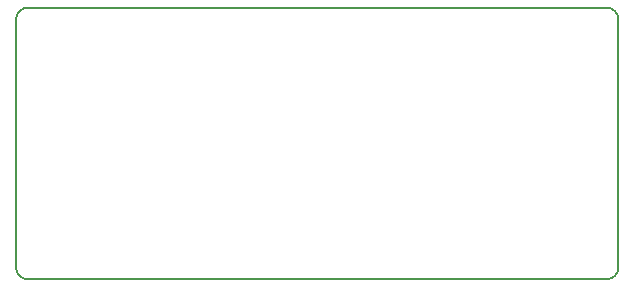
<source format=gbr>
G04 #@! TF.GenerationSoftware,KiCad,Pcbnew,(5.0.0-rc2-dev-444-g2974a2c10)*
G04 #@! TF.CreationDate,2018-10-05T22:12:32-07:00*
G04 #@! TF.ProjectId,retro meter v03,726574726F206D65746572207630332E,v03*
G04 #@! TF.SameCoordinates,Original*
G04 #@! TF.FileFunction,Profile,NP*
%FSLAX46Y46*%
G04 Gerber Fmt 4.6, Leading zero omitted, Abs format (unit mm)*
G04 Created by KiCad (PCBNEW (5.0.0-rc2-dev-444-g2974a2c10)) date 10/05/18 22:12:32*
%MOMM*%
%LPD*%
G01*
G04 APERTURE LIST*
%ADD10C,0.150000*%
G04 APERTURE END LIST*
D10*
X102764800Y-93635000D02*
G75*
G02X103764800Y-92635000I1000000J0D01*
G01*
X103764800Y-115635000D02*
G75*
G02X102764800Y-114635000I0J1000000D01*
G01*
X153764800Y-114635000D02*
G75*
G02X152764800Y-115635000I-1000000J0D01*
G01*
X152764800Y-92635000D02*
G75*
G02X153764800Y-93635000I0J-1000000D01*
G01*
X103764800Y-92635000D02*
X152764800Y-92635000D01*
X102764800Y-114635000D02*
X102764800Y-93635000D01*
X152764800Y-115635000D02*
X103764800Y-115635000D01*
X153764800Y-114635000D02*
X153764800Y-93635000D01*
M02*

</source>
